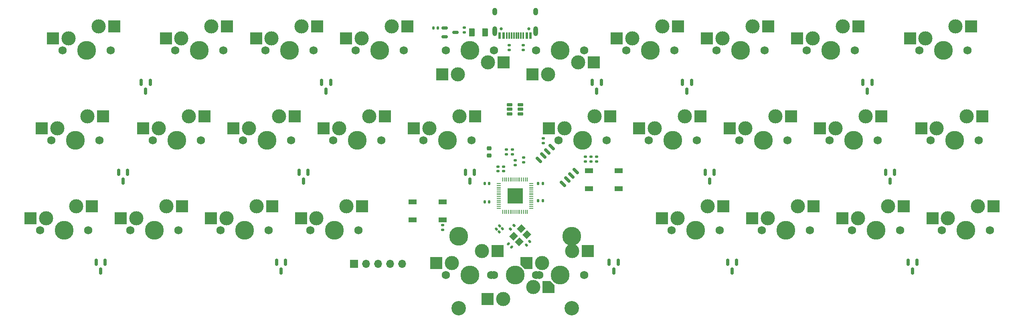
<source format=gbs>
%TF.GenerationSoftware,KiCad,Pcbnew,7.0.6*%
%TF.CreationDate,2023-07-16T23:36:15-04:00*%
%TF.ProjectId,littolRP2040,6c697474-6f6c-4525-9032-3034302e6b69,rev?*%
%TF.SameCoordinates,PX2d6b3a0PY7e098dc*%
%TF.FileFunction,Soldermask,Bot*%
%TF.FilePolarity,Negative*%
%FSLAX46Y46*%
G04 Gerber Fmt 4.6, Leading zero omitted, Abs format (unit mm)*
G04 Created by KiCad (PCBNEW 7.0.6) date 2023-07-16 23:36:15*
%MOMM*%
%LPD*%
G01*
G04 APERTURE LIST*
G04 Aperture macros list*
%AMRoundRect*
0 Rectangle with rounded corners*
0 $1 Rounding radius*
0 $2 $3 $4 $5 $6 $7 $8 $9 X,Y pos of 4 corners*
0 Add a 4 corners polygon primitive as box body*
4,1,4,$2,$3,$4,$5,$6,$7,$8,$9,$2,$3,0*
0 Add four circle primitives for the rounded corners*
1,1,$1+$1,$2,$3*
1,1,$1+$1,$4,$5*
1,1,$1+$1,$6,$7*
1,1,$1+$1,$8,$9*
0 Add four rect primitives between the rounded corners*
20,1,$1+$1,$2,$3,$4,$5,0*
20,1,$1+$1,$4,$5,$6,$7,0*
20,1,$1+$1,$6,$7,$8,$9,0*
20,1,$1+$1,$8,$9,$2,$3,0*%
%AMRotRect*
0 Rectangle, with rotation*
0 The origin of the aperture is its center*
0 $1 length*
0 $2 width*
0 $3 Rotation angle, in degrees counterclockwise*
0 Add horizontal line*
21,1,$1,$2,0,0,$3*%
%AMOutline5P*
0 Free polygon, 5 corners , with rotation*
0 The origin of the aperture is its center*
0 number of corners: always 5*
0 $1 to $10 corner X, Y*
0 $11 Rotation angle, in degrees counterclockwise*
0 create outline with 5 corners*
4,1,5,$1,$2,$3,$4,$5,$6,$7,$8,$9,$10,$1,$2,$11*%
%AMOutline6P*
0 Free polygon, 6 corners , with rotation*
0 The origin of the aperture is its center*
0 number of corners: always 6*
0 $1 to $12 corner X, Y*
0 $13 Rotation angle, in degrees counterclockwise*
0 create outline with 6 corners*
4,1,6,$1,$2,$3,$4,$5,$6,$7,$8,$9,$10,$11,$12,$1,$2,$13*%
%AMOutline7P*
0 Free polygon, 7 corners , with rotation*
0 The origin of the aperture is its center*
0 number of corners: always 7*
0 $1 to $14 corner X, Y*
0 $15 Rotation angle, in degrees counterclockwise*
0 create outline with 7 corners*
4,1,7,$1,$2,$3,$4,$5,$6,$7,$8,$9,$10,$11,$12,$13,$14,$1,$2,$15*%
%AMOutline8P*
0 Free polygon, 8 corners , with rotation*
0 The origin of the aperture is its center*
0 number of corners: always 8*
0 $1 to $16 corner X, Y*
0 $17 Rotation angle, in degrees counterclockwise*
0 create outline with 8 corners*
4,1,8,$1,$2,$3,$4,$5,$6,$7,$8,$9,$10,$11,$12,$13,$14,$15,$16,$1,$2,$17*%
G04 Aperture macros list end*
%ADD10R,1.700000X1.700000*%
%ADD11O,1.700000X1.700000*%
%ADD12C,1.750000*%
%ADD13C,3.000000*%
%ADD14C,3.987800*%
%ADD15R,2.550000X2.500000*%
%ADD16RoundRect,0.140000X-0.140000X-0.170000X0.140000X-0.170000X0.140000X0.170000X-0.140000X0.170000X0*%
%ADD17RoundRect,0.150000X-0.150000X0.587500X-0.150000X-0.587500X0.150000X-0.587500X0.150000X0.587500X0*%
%ADD18RoundRect,0.140000X0.170000X-0.140000X0.170000X0.140000X-0.170000X0.140000X-0.170000X-0.140000X0*%
%ADD19RoundRect,0.250000X0.375000X0.625000X-0.375000X0.625000X-0.375000X-0.625000X0.375000X-0.625000X0*%
%ADD20RoundRect,0.150000X-0.512500X-0.150000X0.512500X-0.150000X0.512500X0.150000X-0.512500X0.150000X0*%
%ADD21RotRect,1.400000X1.200000X45.000000*%
%ADD22RoundRect,0.140000X0.021213X-0.219203X0.219203X-0.021213X-0.021213X0.219203X-0.219203X0.021213X0*%
%ADD23RoundRect,0.135000X-0.185000X0.135000X-0.185000X-0.135000X0.185000X-0.135000X0.185000X0.135000X0*%
%ADD24RoundRect,0.140000X-0.021213X0.219203X-0.219203X0.021213X0.021213X-0.219203X0.219203X-0.021213X0*%
%ADD25RoundRect,0.135000X0.185000X-0.135000X0.185000X0.135000X-0.185000X0.135000X-0.185000X-0.135000X0*%
%ADD26RoundRect,0.150000X0.475000X0.150000X-0.475000X0.150000X-0.475000X-0.150000X0.475000X-0.150000X0*%
%ADD27RoundRect,0.140000X0.140000X0.170000X-0.140000X0.170000X-0.140000X-0.170000X0.140000X-0.170000X0*%
%ADD28RoundRect,0.225000X0.250000X-0.225000X0.250000X0.225000X-0.250000X0.225000X-0.250000X-0.225000X0*%
%ADD29Outline5P,-1.275000X1.250000X0.400000X1.250000X1.275000X0.375000X1.275000X-1.250000X-1.275000X-1.250000X180.000000*%
%ADD30RoundRect,0.050000X0.387500X0.050000X-0.387500X0.050000X-0.387500X-0.050000X0.387500X-0.050000X0*%
%ADD31RoundRect,0.050000X0.050000X0.387500X-0.050000X0.387500X-0.050000X-0.387500X0.050000X-0.387500X0*%
%ADD32R,3.200000X3.200000*%
%ADD33RoundRect,0.150000X0.565685X-0.353553X-0.353553X0.565685X-0.565685X0.353553X0.353553X-0.565685X0*%
%ADD34RoundRect,0.135000X0.035355X-0.226274X0.226274X-0.035355X-0.035355X0.226274X-0.226274X0.035355X0*%
%ADD35R,1.700000X1.000000*%
%ADD36C,3.048000*%
%ADD37Outline5P,-1.275000X1.250000X0.400000X1.250000X1.275000X0.375000X1.275000X-1.250000X-1.275000X-1.250000X0.000000*%
%ADD38C,0.650000*%
%ADD39R,0.600000X1.450000*%
%ADD40R,0.300000X1.450000*%
%ADD41O,1.000000X1.600000*%
%ADD42O,1.000000X2.100000*%
%ADD43RoundRect,0.140000X0.219203X0.021213X0.021213X0.219203X-0.219203X-0.021213X-0.021213X-0.219203X0*%
G04 APERTURE END LIST*
D10*
%TO.C,J2*%
X70802704Y11906280D03*
D11*
X73342704Y11906280D03*
X75882704Y11906280D03*
X78422704Y11906280D03*
X80962704Y11906280D03*
%TD*%
D12*
%TO.C,MX24*%
X162262727Y38100096D03*
D13*
X159722727Y43180096D03*
D14*
X157182727Y38100096D03*
D13*
X153372727Y40640096D03*
D12*
X152102727Y38100096D03*
D15*
X150097727Y40640096D03*
X163024727Y43180096D03*
%TD*%
D16*
%TO.C,C13*%
X109653090Y28928200D03*
X110613090Y28928200D03*
%TD*%
D17*
%TO.C,D2*%
X21076618Y31298514D03*
X22976618Y31298514D03*
X22026618Y29423514D03*
%TD*%
D18*
%TO.C,C1*%
X94059612Y60962656D03*
X94059612Y61922656D03*
%TD*%
D12*
%TO.C,MX25*%
X167025239Y19050048D03*
D13*
X164485239Y24130048D03*
D14*
X161945239Y19050048D03*
D13*
X158135239Y21590048D03*
D12*
X156865239Y19050048D03*
D15*
X154860239Y21590048D03*
X167787239Y24130048D03*
%TD*%
D19*
%TO.C,F1*%
X98436182Y60962656D03*
X95636182Y60962656D03*
%TD*%
D12*
%TO.C,MX1*%
X19347705Y57150144D03*
D13*
X16807705Y62230144D03*
D14*
X14267705Y57150144D03*
D13*
X10457705Y59690144D03*
D12*
X9187705Y57150144D03*
D15*
X7182705Y59690144D03*
X20109705Y62230144D03*
%TD*%
D20*
%TO.C,U2*%
X89945542Y60012656D03*
X89945542Y61912656D03*
X92220542Y60962656D03*
%TD*%
D12*
%TO.C,MX17*%
X124122969Y38100096D03*
D13*
X121582969Y43180096D03*
D14*
X119042969Y38100096D03*
D13*
X115232969Y40640096D03*
D12*
X113962969Y38100096D03*
D15*
X111957969Y40640096D03*
X124884969Y43180096D03*
%TD*%
D12*
%TO.C,MX27*%
X181312775Y38100096D03*
D13*
X178772775Y43180096D03*
D14*
X176232775Y38100096D03*
D13*
X172422775Y40640096D03*
D12*
X171152775Y38100096D03*
D15*
X169147775Y40640096D03*
X182074775Y43180096D03*
%TD*%
D12*
%TO.C,MX2*%
X17006111Y38100096D03*
D13*
X14466111Y43180096D03*
D14*
X11926111Y38100096D03*
D13*
X8116111Y40640096D03*
D12*
X6846111Y38100096D03*
D15*
X4841111Y40640096D03*
X17768111Y43180096D03*
%TD*%
D12*
%TO.C,MX5*%
X38397753Y38100096D03*
D13*
X35857753Y43180096D03*
D14*
X33317753Y38100096D03*
D13*
X29507753Y40640096D03*
D12*
X28237753Y38100096D03*
D15*
X26232753Y40640096D03*
X39159753Y43180096D03*
%TD*%
D12*
%TO.C,MX22*%
X147975191Y19050048D03*
D13*
X145435191Y24130048D03*
D14*
X142895191Y19050048D03*
D13*
X139085191Y21590048D03*
D12*
X137815191Y19050048D03*
D15*
X135810191Y21590048D03*
X148737191Y24130048D03*
%TD*%
D17*
%TO.C,D10*%
X140139418Y50348562D03*
X142039418Y50348562D03*
X141089418Y48473562D03*
%TD*%
D18*
%TO.C,C6*%
X102394008Y31551642D03*
X102394008Y32511642D03*
%TD*%
D21*
%TO.C,Y1*%
X104484893Y17784783D03*
X106040528Y19340418D03*
X107242609Y18138337D03*
X105686974Y16582702D03*
%TD*%
D18*
%TO.C,C5*%
X110728404Y37504782D03*
X110728404Y38464782D03*
%TD*%
D22*
%TO.C,C3*%
X107208143Y15938347D03*
X107886965Y16617169D03*
%TD*%
D12*
%TO.C,MX3*%
X14605024Y19050048D03*
D13*
X12065024Y24130048D03*
D14*
X9525024Y19050048D03*
D13*
X5715024Y21590048D03*
D12*
X4445024Y19050048D03*
D15*
X2440024Y21590048D03*
X15367024Y24130048D03*
%TD*%
D17*
%TO.C,D15*%
X187764538Y12248466D03*
X189664538Y12248466D03*
X188714538Y10373466D03*
%TD*%
D23*
%TO.C,R6*%
X122039370Y34647270D03*
X122039370Y33627270D03*
%TD*%
D12*
%TO.C,MX11*%
X76517680Y38100096D03*
D13*
X73977680Y43180096D03*
D14*
X71437680Y38100096D03*
D13*
X67627680Y40640096D03*
D12*
X66357680Y38100096D03*
D15*
X64352680Y40640096D03*
X77279680Y43180096D03*
%TD*%
D24*
%TO.C,C8*%
X101542791Y19984773D03*
X100863969Y19305951D03*
%TD*%
D12*
%TO.C,MX14*%
X95547897Y38100096D03*
D13*
X93007897Y43180096D03*
D14*
X90467897Y38100096D03*
D13*
X86657897Y40640096D03*
D12*
X85387897Y38100096D03*
D15*
X83382897Y40640096D03*
X96309897Y43180096D03*
%TD*%
D17*
%TO.C,D11*%
X144901930Y31298514D03*
X146801930Y31298514D03*
X145851930Y29423514D03*
%TD*%
D25*
%TO.C,R9*%
X89470530Y19135362D03*
X89470530Y20155362D03*
%TD*%
D12*
%TO.C,MX8*%
X57447801Y38100096D03*
D13*
X54907801Y43180096D03*
D14*
X52367801Y38100096D03*
D13*
X48557801Y40640096D03*
D12*
X47287801Y38100096D03*
D15*
X45282801Y40640096D03*
X58209801Y43180096D03*
%TD*%
D12*
%TO.C,MX10*%
X81260361Y57150144D03*
D13*
X78720361Y62230144D03*
D14*
X76180361Y57150144D03*
D13*
X72370361Y59690144D03*
D12*
X71100361Y57150144D03*
D15*
X69095361Y59690144D03*
X82022361Y62230144D03*
%TD*%
D12*
%TO.C,MX7*%
X62249975Y57150144D03*
D13*
X59709975Y62230144D03*
D14*
X57169975Y57150144D03*
D13*
X53359975Y59690144D03*
D12*
X52089975Y57150144D03*
D15*
X50084975Y59690144D03*
X63011975Y62230144D03*
%TD*%
D26*
%TO.C,U1*%
X105950264Y45598550D03*
X105950264Y44648550D03*
X105950264Y43698550D03*
X103600264Y43698550D03*
X103600264Y44648550D03*
X103600264Y45598550D03*
%TD*%
D25*
%TO.C,R7*%
X120848742Y33627270D03*
X120848742Y34647270D03*
%TD*%
D27*
%TO.C,C14*%
X99302124Y25003188D03*
X98342124Y25003188D03*
%TD*%
D25*
%TO.C,R2*%
X106525264Y57235458D03*
X106525264Y58255458D03*
%TD*%
D12*
%TO.C,MX15*%
X100330240Y9525024D03*
D13*
X97790240Y14605024D03*
D14*
X95250240Y9525024D03*
D13*
X91440240Y12065024D03*
D12*
X90170240Y9525024D03*
D15*
X88165240Y12065024D03*
X101092240Y14605024D03*
%TD*%
D17*
%TO.C,D6*%
X54414202Y12248466D03*
X56314202Y12248466D03*
X55364202Y10373466D03*
%TD*%
D28*
%TO.C,C9*%
X99302124Y34858526D03*
X99302124Y36408526D03*
%TD*%
D12*
%TO.C,MX18*%
X119380288Y9525024D03*
D13*
X116840288Y14605024D03*
D14*
X114300288Y9525024D03*
D13*
X110490288Y12065024D03*
D12*
X109220288Y9525024D03*
D29*
X107215288Y12065024D03*
D15*
X120142288Y14605024D03*
%TD*%
D30*
%TO.C,U4*%
X108212764Y28928200D03*
X108212764Y28528200D03*
X108212764Y28128200D03*
X108212764Y27728200D03*
X108212764Y27328200D03*
X108212764Y26928200D03*
X108212764Y26528200D03*
X108212764Y26128200D03*
X108212764Y25728200D03*
X108212764Y25328200D03*
X108212764Y24928200D03*
X108212764Y24528200D03*
X108212764Y24128200D03*
X108212764Y23728200D03*
D31*
X107375264Y22890700D03*
X106975264Y22890700D03*
X106575264Y22890700D03*
X106175264Y22890700D03*
X105775264Y22890700D03*
X105375264Y22890700D03*
X104975264Y22890700D03*
X104575264Y22890700D03*
X104175264Y22890700D03*
X103775264Y22890700D03*
X103375264Y22890700D03*
X102975264Y22890700D03*
X102575264Y22890700D03*
X102175264Y22890700D03*
D30*
X101337764Y23728200D03*
X101337764Y24128200D03*
X101337764Y24528200D03*
X101337764Y24928200D03*
X101337764Y25328200D03*
X101337764Y25728200D03*
X101337764Y26128200D03*
X101337764Y26528200D03*
X101337764Y26928200D03*
X101337764Y27328200D03*
X101337764Y27728200D03*
X101337764Y28128200D03*
X101337764Y28528200D03*
X101337764Y28928200D03*
D31*
X102175264Y29765700D03*
X102575264Y29765700D03*
X102975264Y29765700D03*
X103375264Y29765700D03*
X103775264Y29765700D03*
X104175264Y29765700D03*
X104575264Y29765700D03*
X104975264Y29765700D03*
X105375264Y29765700D03*
X105775264Y29765700D03*
X106175264Y29765700D03*
X106575264Y29765700D03*
X106975264Y29765700D03*
X107375264Y29765700D03*
D32*
X104775264Y26328200D03*
%TD*%
D12*
%TO.C,MX9*%
X52724951Y19050048D03*
D13*
X50184951Y24130048D03*
D14*
X47644951Y19050048D03*
D13*
X43834951Y21590048D03*
D12*
X42564951Y19050048D03*
D15*
X40559951Y21590048D03*
X53486951Y24130048D03*
%TD*%
D12*
%TO.C,MX29*%
X200342992Y57150144D03*
D13*
X197802992Y62230144D03*
D14*
X195262992Y57150144D03*
D13*
X191452992Y59690144D03*
D12*
X190182992Y57150144D03*
D15*
X188177992Y59690144D03*
X201104992Y62230144D03*
%TD*%
D17*
%TO.C,D12*%
X149664442Y12248466D03*
X151564442Y12248466D03*
X150614442Y10373466D03*
%TD*%
D33*
%TO.C,U3*%
X117597597Y31543724D03*
X116699571Y30645698D03*
X115801546Y29747673D03*
X114903520Y28849647D03*
X109812351Y33940816D03*
X110710377Y34838842D03*
X111608402Y35736867D03*
X112506428Y36634893D03*
%TD*%
D17*
%TO.C,D9*%
X124661254Y12248466D03*
X126561254Y12248466D03*
X125611254Y10373466D03*
%TD*%
D18*
%TO.C,C11*%
X101203380Y31551642D03*
X101203380Y32511642D03*
%TD*%
D23*
%TO.C,R8*%
X119658114Y34647270D03*
X119658114Y33627270D03*
%TD*%
D17*
%TO.C,D5*%
X59176714Y31298514D03*
X61076714Y31298514D03*
X60126714Y29423514D03*
%TD*%
D34*
%TO.C,R5*%
X103819326Y19284738D03*
X104540574Y20005986D03*
%TD*%
D16*
%TO.C,C15*%
X109653090Y25328200D03*
X110613090Y25328200D03*
%TD*%
D12*
%TO.C,MX12*%
X71735337Y19050048D03*
D13*
X69195337Y24130048D03*
D14*
X66655337Y19050048D03*
D13*
X62845337Y21590048D03*
D12*
X61575337Y19050048D03*
D15*
X59570337Y21590048D03*
X72497337Y24130048D03*
%TD*%
D17*
%TO.C,D4*%
X63939226Y50348562D03*
X65839226Y50348562D03*
X64889226Y48473562D03*
%TD*%
%TO.C,D3*%
X16314106Y12248466D03*
X18214106Y12248466D03*
X17264106Y10373466D03*
%TD*%
%TO.C,D8*%
X94300240Y31298514D03*
X96200240Y31298514D03*
X95250240Y29423514D03*
%TD*%
D12*
%TO.C,MX21*%
X143173017Y38100096D03*
D13*
X140633017Y43180096D03*
D14*
X138093017Y38100096D03*
D13*
X134283017Y40640096D03*
D12*
X133013017Y38100096D03*
D15*
X131008017Y40640096D03*
X143935017Y43180096D03*
%TD*%
D12*
%TO.C,MX6*%
X33674903Y19050048D03*
D13*
X31134903Y24130048D03*
D14*
X28594903Y19050048D03*
D13*
X24784903Y21590048D03*
D12*
X23514903Y19050048D03*
D15*
X21509903Y21590048D03*
X34436903Y24130048D03*
%TD*%
D17*
%TO.C,D1*%
X25839130Y50348562D03*
X27739130Y50348562D03*
X26789130Y48473562D03*
%TD*%
D12*
%TO.C,MX30*%
X202704417Y38100096D03*
D13*
X200164417Y43180096D03*
D14*
X197624417Y38100096D03*
D13*
X193814417Y40640096D03*
D12*
X192544417Y38100096D03*
D15*
X190539417Y40640096D03*
X203466417Y43180096D03*
%TD*%
D25*
%TO.C,R4*%
X102989322Y35123526D03*
X102989322Y36143526D03*
%TD*%
D12*
%TO.C,MX13*%
X90150409Y57150144D03*
D13*
X92690409Y52070144D03*
D14*
X95230409Y57150144D03*
D13*
X99040409Y54610144D03*
D12*
X100310409Y57150144D03*
D15*
X102315409Y54610144D03*
X89388409Y52070144D03*
%TD*%
D27*
%TO.C,C2*%
X88471158Y61912656D03*
X87511158Y61912656D03*
%TD*%
D12*
%TO.C,MX16*%
X109200457Y57150144D03*
D13*
X111740457Y52070144D03*
D14*
X114280457Y57150144D03*
D13*
X118090457Y54610144D03*
D12*
X119360457Y57150144D03*
D15*
X121365457Y54610144D03*
X108438457Y52070144D03*
%TD*%
D24*
%TO.C,C16*%
X102138105Y19389459D03*
X101459283Y18710637D03*
%TD*%
D35*
%TO.C,RESET1*%
X83170530Y21203188D03*
X89470530Y21203188D03*
X83170530Y25003188D03*
X89470530Y25003188D03*
%TD*%
D18*
%TO.C,C7*%
X106561206Y33452898D03*
X106561206Y34412898D03*
%TD*%
D12*
%TO.C,MX28*%
X186055456Y19050048D03*
D13*
X183515456Y24130048D03*
D14*
X180975456Y19050048D03*
D13*
X177165456Y21590048D03*
D12*
X175895456Y19050048D03*
D15*
X173890456Y21590048D03*
X186817456Y24130048D03*
%TD*%
D23*
%TO.C,R1*%
X103525264Y58255458D03*
X103525264Y57235458D03*
%TD*%
D18*
%TO.C,C12*%
X104775264Y32857584D03*
X104775264Y33817584D03*
%TD*%
D17*
%TO.C,D13*%
X178239514Y50348562D03*
X180139514Y50348562D03*
X179189514Y48473562D03*
%TD*%
D14*
%TO.C,MX19*%
X92837264Y17780024D03*
D36*
X92837264Y2540024D03*
D12*
X99695264Y9525024D03*
D13*
X102235264Y4445024D03*
D14*
X104775264Y9525024D03*
D13*
X108585264Y6985024D03*
D12*
X109855264Y9525024D03*
D14*
X116713264Y17780024D03*
D36*
X116713264Y2540024D03*
D37*
X111860264Y6985024D03*
D15*
X98933264Y4445024D03*
%TD*%
D38*
%TO.C,J1*%
X101885264Y61693912D03*
X107665264Y61693912D03*
D39*
X101525264Y60248912D03*
X102325264Y60248912D03*
D40*
X103525264Y60248912D03*
X104525264Y60248912D03*
X105025264Y60248912D03*
X106025264Y60248912D03*
D39*
X107225264Y60248912D03*
X108025264Y60248912D03*
X108025264Y60248912D03*
X107225264Y60248912D03*
D40*
X106525264Y60248912D03*
X105525264Y60248912D03*
X104025264Y60248912D03*
X103025264Y60248912D03*
D39*
X102325264Y60248912D03*
X101525264Y60248912D03*
D41*
X100455264Y65343912D03*
D42*
X100455264Y61163912D03*
D41*
X109095264Y65343912D03*
D42*
X109095264Y61163912D03*
%TD*%
D25*
%TO.C,R3*%
X104179950Y35123526D03*
X104179950Y36143526D03*
%TD*%
D12*
%TO.C,MX26*%
X176530432Y57150144D03*
D13*
X173990432Y62230144D03*
D14*
X171450432Y57150144D03*
D13*
X167640432Y59690144D03*
D12*
X166370432Y57150144D03*
D15*
X164365432Y59690144D03*
X177292432Y62230144D03*
%TD*%
D12*
%TO.C,MX31*%
X205085673Y19050048D03*
D13*
X202545673Y24130048D03*
D14*
X200005673Y19050048D03*
D13*
X196195673Y21590048D03*
D12*
X194925673Y19050048D03*
D15*
X192920673Y21590048D03*
X205847673Y24130048D03*
%TD*%
D17*
%TO.C,D7*%
X121089370Y50348562D03*
X122989370Y50348562D03*
X122039370Y48473562D03*
%TD*%
D12*
%TO.C,MX20*%
X138410505Y57150144D03*
D13*
X135870505Y62230144D03*
D14*
X133330505Y57150144D03*
D13*
X129520505Y59690144D03*
D12*
X128250505Y57150144D03*
D15*
X126245505Y59690144D03*
X139172505Y62230144D03*
%TD*%
D12*
%TO.C,MX4*%
X43199927Y57150144D03*
D13*
X40659927Y62230144D03*
D14*
X38119927Y57150144D03*
D13*
X34309927Y59690144D03*
D12*
X33039927Y57150144D03*
D15*
X31034927Y59690144D03*
X43961927Y62230144D03*
%TD*%
D43*
%TO.C,C4*%
X104077810Y15496797D03*
X103398988Y16175619D03*
%TD*%
D17*
%TO.C,D14*%
X183002026Y31298514D03*
X184902026Y31298514D03*
X183952026Y29423514D03*
%TD*%
D12*
%TO.C,MX23*%
X157480384Y57150144D03*
D13*
X154940384Y62230144D03*
D14*
X152400384Y57150144D03*
D13*
X148590384Y59690144D03*
D12*
X147320384Y57150144D03*
D15*
X145315384Y59690144D03*
X158242384Y62230144D03*
%TD*%
D27*
%TO.C,C10*%
X99302124Y28928200D03*
X98342124Y28928200D03*
%TD*%
D35*
%TO.C,BOOT1*%
X126677655Y31665700D03*
X120377655Y31665700D03*
X126677655Y27865700D03*
X120377655Y27865700D03*
%TD*%
M02*

</source>
